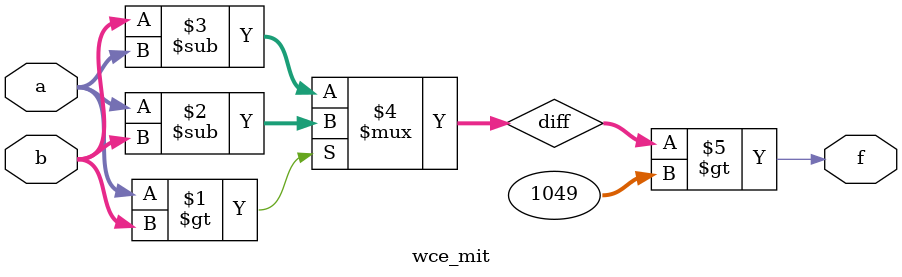
<source format=v>
module wce_mit(a, b, f);
parameter _bit = 16;
parameter wce = 1049;
input [_bit - 1: 0] a;
input [_bit - 1: 0] b;
output f;
wire [_bit - 1: 0] diff;
assign diff = (a > b)? (a - b): (b - a);
assign f = (diff > wce);
endmodule

</source>
